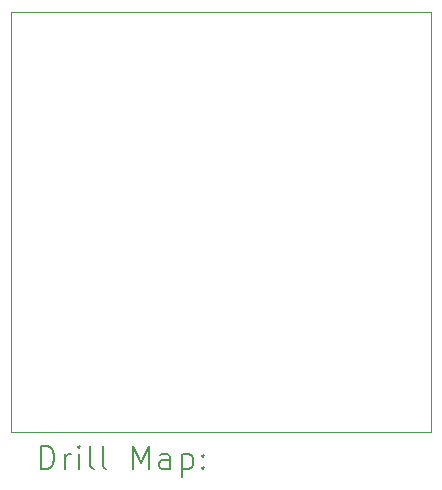
<source format=gbr>
%TF.GenerationSoftware,KiCad,Pcbnew,(6.0.7)*%
%TF.CreationDate,2022-09-26T10:55:05-05:00*%
%TF.ProjectId,OpenMuscle5,4f70656e-4d75-4736-936c-65352e6b6963,rev?*%
%TF.SameCoordinates,Original*%
%TF.FileFunction,Drillmap*%
%TF.FilePolarity,Positive*%
%FSLAX45Y45*%
G04 Gerber Fmt 4.5, Leading zero omitted, Abs format (unit mm)*
G04 Created by KiCad (PCBNEW (6.0.7)) date 2022-09-26 10:55:05*
%MOMM*%
%LPD*%
G01*
G04 APERTURE LIST*
%ADD10C,0.100000*%
%ADD11C,0.200000*%
G04 APERTURE END LIST*
D10*
X15240000Y-7620000D02*
X18796000Y-7620000D01*
X18796000Y-7620000D02*
X18796000Y-11176000D01*
X18796000Y-11176000D02*
X15240000Y-11176000D01*
X15240000Y-11176000D02*
X15240000Y-7620000D01*
D11*
X15492619Y-11491476D02*
X15492619Y-11291476D01*
X15540238Y-11291476D01*
X15568809Y-11301000D01*
X15587857Y-11320048D01*
X15597381Y-11339095D01*
X15606905Y-11377190D01*
X15606905Y-11405762D01*
X15597381Y-11443857D01*
X15587857Y-11462905D01*
X15568809Y-11481952D01*
X15540238Y-11491476D01*
X15492619Y-11491476D01*
X15692619Y-11491476D02*
X15692619Y-11358143D01*
X15692619Y-11396238D02*
X15702143Y-11377190D01*
X15711667Y-11367667D01*
X15730714Y-11358143D01*
X15749762Y-11358143D01*
X15816428Y-11491476D02*
X15816428Y-11358143D01*
X15816428Y-11291476D02*
X15806905Y-11301000D01*
X15816428Y-11310524D01*
X15825952Y-11301000D01*
X15816428Y-11291476D01*
X15816428Y-11310524D01*
X15940238Y-11491476D02*
X15921190Y-11481952D01*
X15911667Y-11462905D01*
X15911667Y-11291476D01*
X16045000Y-11491476D02*
X16025952Y-11481952D01*
X16016428Y-11462905D01*
X16016428Y-11291476D01*
X16273571Y-11491476D02*
X16273571Y-11291476D01*
X16340238Y-11434333D01*
X16406905Y-11291476D01*
X16406905Y-11491476D01*
X16587857Y-11491476D02*
X16587857Y-11386714D01*
X16578333Y-11367667D01*
X16559286Y-11358143D01*
X16521190Y-11358143D01*
X16502143Y-11367667D01*
X16587857Y-11481952D02*
X16568809Y-11491476D01*
X16521190Y-11491476D01*
X16502143Y-11481952D01*
X16492619Y-11462905D01*
X16492619Y-11443857D01*
X16502143Y-11424809D01*
X16521190Y-11415286D01*
X16568809Y-11415286D01*
X16587857Y-11405762D01*
X16683095Y-11358143D02*
X16683095Y-11558143D01*
X16683095Y-11367667D02*
X16702143Y-11358143D01*
X16740238Y-11358143D01*
X16759286Y-11367667D01*
X16768809Y-11377190D01*
X16778333Y-11396238D01*
X16778333Y-11453381D01*
X16768809Y-11472428D01*
X16759286Y-11481952D01*
X16740238Y-11491476D01*
X16702143Y-11491476D01*
X16683095Y-11481952D01*
X16864048Y-11472428D02*
X16873571Y-11481952D01*
X16864048Y-11491476D01*
X16854524Y-11481952D01*
X16864048Y-11472428D01*
X16864048Y-11491476D01*
X16864048Y-11367667D02*
X16873571Y-11377190D01*
X16864048Y-11386714D01*
X16854524Y-11377190D01*
X16864048Y-11367667D01*
X16864048Y-11386714D01*
M02*

</source>
